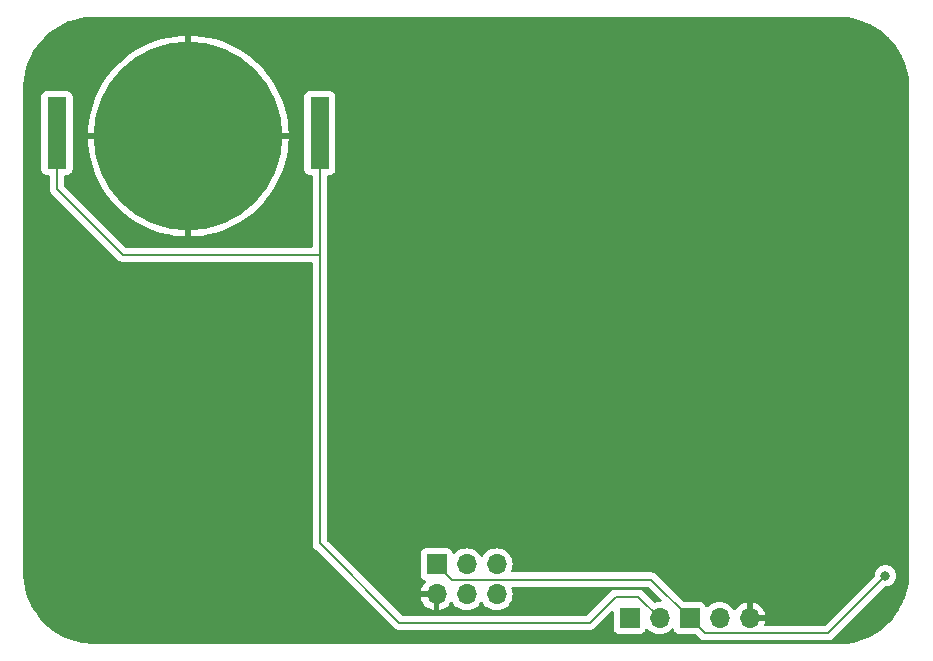
<source format=gbl>
G04 #@! TF.GenerationSoftware,KiCad,Pcbnew,8.0.2*
G04 #@! TF.CreationDate,2024-06-12T11:35:42-07:00*
G04 #@! TF.ProjectId,fuck-sao,6675636b-2d73-4616-9f2e-6b696361645f,rev?*
G04 #@! TF.SameCoordinates,Original*
G04 #@! TF.FileFunction,Copper,L2,Bot*
G04 #@! TF.FilePolarity,Positive*
%FSLAX46Y46*%
G04 Gerber Fmt 4.6, Leading zero omitted, Abs format (unit mm)*
G04 Created by KiCad (PCBNEW 8.0.2) date 2024-06-12 11:35:42*
%MOMM*%
%LPD*%
G01*
G04 APERTURE LIST*
G04 #@! TA.AperFunction,ComponentPad*
%ADD10R,1.700000X1.700000*%
G04 #@! TD*
G04 #@! TA.AperFunction,ComponentPad*
%ADD11O,1.700000X1.700000*%
G04 #@! TD*
G04 #@! TA.AperFunction,SMDPad,CuDef*
%ADD12R,1.650000X6.100000*%
G04 #@! TD*
G04 #@! TA.AperFunction,SMDPad,CuDef*
%ADD13O,16.000000X16.000000*%
G04 #@! TD*
G04 #@! TA.AperFunction,ViaPad*
%ADD14C,0.800000*%
G04 #@! TD*
G04 #@! TA.AperFunction,Conductor*
%ADD15C,0.200000*%
G04 #@! TD*
G04 APERTURE END LIST*
D10*
X115060000Y-93050000D03*
D11*
X117600000Y-93050000D03*
D12*
X88824900Y-51996000D03*
X66575100Y-51996000D03*
D13*
X77700000Y-52250000D03*
D10*
X120150000Y-93050000D03*
D11*
X122690000Y-93050000D03*
X125230000Y-93050000D03*
D10*
X98720000Y-88510000D03*
D11*
X98720000Y-91050000D03*
X101260000Y-88510000D03*
X101260000Y-91050000D03*
X103800000Y-88510000D03*
X103800000Y-91050000D03*
D14*
X136725500Y-89478707D03*
X98000000Y-78200000D03*
X108000000Y-78250000D03*
X106350000Y-83650000D03*
X111700000Y-72650000D03*
X66250000Y-83600000D03*
X93600000Y-72550000D03*
X121200000Y-78200000D03*
X79450000Y-72550000D03*
X132549998Y-89950000D03*
X66200000Y-72600000D03*
X135600000Y-86750000D03*
X79800000Y-89250000D03*
X66200000Y-78100000D03*
X81800000Y-78200000D03*
X78136063Y-83649500D03*
D15*
X72150000Y-62300000D02*
X88824900Y-62300000D01*
X66575100Y-56725100D02*
X72150000Y-62300000D01*
X66575100Y-51996000D02*
X66575100Y-56725100D01*
X88824900Y-62300000D02*
X88824900Y-86724900D01*
X88824900Y-51996000D02*
X88824900Y-62300000D01*
X115800000Y-91250000D02*
X117600000Y-93050000D01*
X113900000Y-91250000D02*
X115800000Y-91250000D01*
X111700000Y-93450000D02*
X113900000Y-91250000D01*
X95550000Y-93450000D02*
X111700000Y-93450000D01*
X88824900Y-86724900D02*
X95550000Y-93450000D01*
X116900000Y-89800000D02*
X120150000Y-93050000D01*
X100010000Y-89800000D02*
X116900000Y-89800000D01*
X98720000Y-88510000D02*
X100010000Y-89800000D01*
X131854207Y-94350000D02*
X136725500Y-89478707D01*
X121450000Y-94350000D02*
X131854207Y-94350000D01*
X120150000Y-93050000D02*
X121450000Y-94350000D01*
G04 #@! TA.AperFunction,Conductor*
G36*
X132749575Y-42149999D02*
G01*
X132750478Y-42150004D01*
X132993587Y-42152516D01*
X133002511Y-42152932D01*
X133487370Y-42193108D01*
X133497506Y-42194370D01*
X133976772Y-42274347D01*
X133986774Y-42276444D01*
X134457792Y-42395721D01*
X134467597Y-42398641D01*
X134927139Y-42556402D01*
X134936661Y-42560117D01*
X135381623Y-42755295D01*
X135390793Y-42759778D01*
X135818126Y-42991039D01*
X135826902Y-42996268D01*
X136106990Y-43179259D01*
X136233668Y-43262022D01*
X136241997Y-43267969D01*
X136625425Y-43566403D01*
X136633207Y-43572994D01*
X136906153Y-43824259D01*
X136990680Y-43902072D01*
X136997927Y-43909319D01*
X137089701Y-44009012D01*
X137327003Y-44266790D01*
X137333598Y-44274576D01*
X137632022Y-44657991D01*
X137637977Y-44666331D01*
X137903725Y-45073088D01*
X137908964Y-45081880D01*
X138140216Y-45509196D01*
X138144708Y-45518387D01*
X138203586Y-45652614D01*
X138339877Y-45963326D01*
X138343602Y-45972873D01*
X138501355Y-46432393D01*
X138504280Y-46442216D01*
X138623552Y-46913211D01*
X138625655Y-46923241D01*
X138705626Y-47402476D01*
X138706893Y-47412646D01*
X138747066Y-47897470D01*
X138747483Y-47906429D01*
X138749993Y-48149322D01*
X138750000Y-48150603D01*
X138750000Y-89264128D01*
X138749993Y-89265400D01*
X138747501Y-89508282D01*
X138747084Y-89517250D01*
X138706909Y-90002072D01*
X138705642Y-90012242D01*
X138625670Y-90491474D01*
X138623567Y-90501505D01*
X138504292Y-90972505D01*
X138501367Y-90982327D01*
X138343615Y-91441842D01*
X138339890Y-91451390D01*
X138144721Y-91896327D01*
X138140220Y-91905534D01*
X137908973Y-92332840D01*
X137903727Y-92341643D01*
X137637988Y-92748384D01*
X137632040Y-92756715D01*
X137333620Y-93140123D01*
X137326997Y-93147943D01*
X136997934Y-93505400D01*
X136990687Y-93512647D01*
X136633232Y-93841707D01*
X136625411Y-93848331D01*
X136242000Y-94146750D01*
X136233660Y-94152705D01*
X135973946Y-94322384D01*
X135826914Y-94418445D01*
X135818116Y-94423687D01*
X135390819Y-94654928D01*
X135381612Y-94659429D01*
X134936676Y-94854595D01*
X134927129Y-94858320D01*
X134467608Y-95016073D01*
X134457785Y-95018998D01*
X133986790Y-95138271D01*
X133976760Y-95140374D01*
X133497524Y-95220344D01*
X133487354Y-95221611D01*
X133002529Y-95261784D01*
X132993570Y-95262201D01*
X132750684Y-95264710D01*
X132749389Y-95264717D01*
X69743284Y-95257359D01*
X69742051Y-95257353D01*
X69499075Y-95254910D01*
X69490082Y-95254492D01*
X69005278Y-95214320D01*
X68995108Y-95213053D01*
X68515867Y-95133082D01*
X68505837Y-95130979D01*
X68034837Y-95011706D01*
X68025014Y-95008781D01*
X67565489Y-94851026D01*
X67555942Y-94847301D01*
X67111006Y-94652134D01*
X67101799Y-94647633D01*
X66674493Y-94416387D01*
X66665688Y-94411140D01*
X66258931Y-94145391D01*
X66250598Y-94139442D01*
X65867173Y-93841010D01*
X65859376Y-93834406D01*
X65501911Y-93505334D01*
X65494665Y-93498088D01*
X65165593Y-93140623D01*
X65158991Y-93132829D01*
X64860554Y-92749397D01*
X64854608Y-92741068D01*
X64588859Y-92334311D01*
X64583612Y-92325506D01*
X64582743Y-92323901D01*
X64413892Y-92011891D01*
X64352366Y-91898200D01*
X64347865Y-91888993D01*
X64298552Y-91776570D01*
X64152693Y-91444045D01*
X64148978Y-91434523D01*
X63991215Y-90974975D01*
X63988293Y-90965162D01*
X63869017Y-90494148D01*
X63866920Y-90484146D01*
X63786943Y-90004874D01*
X63785681Y-89994738D01*
X63745505Y-89509895D01*
X63745090Y-89500945D01*
X63742647Y-89257954D01*
X63742641Y-89256708D01*
X63742641Y-48898135D01*
X65249600Y-48898135D01*
X65249600Y-55093870D01*
X65249601Y-55093876D01*
X65256008Y-55153483D01*
X65306302Y-55288328D01*
X65306306Y-55288335D01*
X65392552Y-55403544D01*
X65392555Y-55403547D01*
X65507764Y-55489793D01*
X65507771Y-55489797D01*
X65552718Y-55506561D01*
X65642617Y-55540091D01*
X65702227Y-55546500D01*
X65850600Y-55546499D01*
X65917639Y-55566183D01*
X65963394Y-55618987D01*
X65974600Y-55670499D01*
X65974600Y-56638430D01*
X65974599Y-56638448D01*
X65974599Y-56804154D01*
X65974598Y-56804154D01*
X66015523Y-56956885D01*
X66044458Y-57007000D01*
X66044459Y-57007004D01*
X66044460Y-57007004D01*
X66094579Y-57093814D01*
X66094581Y-57093817D01*
X66213449Y-57212685D01*
X66213455Y-57212690D01*
X71665139Y-62664374D01*
X71665149Y-62664385D01*
X71669479Y-62668715D01*
X71669480Y-62668716D01*
X71781284Y-62780520D01*
X71868095Y-62830639D01*
X71868097Y-62830641D01*
X71918213Y-62859576D01*
X71918215Y-62859577D01*
X72070942Y-62900500D01*
X72070943Y-62900500D01*
X88100400Y-62900500D01*
X88167439Y-62920185D01*
X88213194Y-62972989D01*
X88224400Y-63024500D01*
X88224400Y-86638230D01*
X88224399Y-86638248D01*
X88224399Y-86803954D01*
X88224398Y-86803954D01*
X88265323Y-86956685D01*
X88294258Y-87006800D01*
X88294259Y-87006804D01*
X88294260Y-87006804D01*
X88344379Y-87093614D01*
X88344381Y-87093617D01*
X88463249Y-87212485D01*
X88463254Y-87212489D01*
X95181284Y-93930520D01*
X95181286Y-93930521D01*
X95181290Y-93930524D01*
X95314589Y-94007483D01*
X95318216Y-94009577D01*
X95470943Y-94050501D01*
X95470945Y-94050501D01*
X95636654Y-94050501D01*
X95636670Y-94050500D01*
X111613331Y-94050500D01*
X111613347Y-94050501D01*
X111620943Y-94050501D01*
X111779054Y-94050501D01*
X111779057Y-94050501D01*
X111931785Y-94009577D01*
X111981904Y-93980639D01*
X112068716Y-93930520D01*
X112180520Y-93818716D01*
X112180520Y-93818714D01*
X112190728Y-93808507D01*
X112190730Y-93808504D01*
X113497821Y-92501412D01*
X113559142Y-92467929D01*
X113628834Y-92472913D01*
X113684767Y-92514785D01*
X113709184Y-92580249D01*
X113709500Y-92589095D01*
X113709500Y-93947870D01*
X113709501Y-93947876D01*
X113715908Y-94007483D01*
X113766202Y-94142328D01*
X113766206Y-94142335D01*
X113852452Y-94257544D01*
X113852455Y-94257547D01*
X113967664Y-94343793D01*
X113967671Y-94343797D01*
X114102517Y-94394091D01*
X114102516Y-94394091D01*
X114109444Y-94394835D01*
X114162127Y-94400500D01*
X115957872Y-94400499D01*
X116017483Y-94394091D01*
X116152331Y-94343796D01*
X116267546Y-94257546D01*
X116353796Y-94142331D01*
X116402810Y-94010916D01*
X116444681Y-93954984D01*
X116510145Y-93930566D01*
X116578418Y-93945417D01*
X116606673Y-93966569D01*
X116728599Y-94088495D01*
X116809855Y-94145391D01*
X116922165Y-94224032D01*
X116922167Y-94224033D01*
X116922170Y-94224035D01*
X117136337Y-94323903D01*
X117364592Y-94385063D01*
X117541034Y-94400500D01*
X117599999Y-94405659D01*
X117600000Y-94405659D01*
X117600001Y-94405659D01*
X117658966Y-94400500D01*
X117835408Y-94385063D01*
X118063663Y-94323903D01*
X118277830Y-94224035D01*
X118471401Y-94088495D01*
X118600613Y-93959282D01*
X118661932Y-93925800D01*
X118731624Y-93930784D01*
X118787558Y-93972655D01*
X118804473Y-94003633D01*
X118856202Y-94142328D01*
X118856206Y-94142335D01*
X118942452Y-94257544D01*
X118942455Y-94257547D01*
X119057664Y-94343793D01*
X119057671Y-94343797D01*
X119192517Y-94394091D01*
X119192516Y-94394091D01*
X119199444Y-94394835D01*
X119252127Y-94400500D01*
X120599901Y-94400499D01*
X120666940Y-94420184D01*
X120687582Y-94436818D01*
X121081284Y-94830520D01*
X121081286Y-94830521D01*
X121081290Y-94830524D01*
X121218209Y-94909573D01*
X121218216Y-94909577D01*
X121370943Y-94950501D01*
X121370945Y-94950501D01*
X121536654Y-94950501D01*
X121536670Y-94950500D01*
X131767538Y-94950500D01*
X131767554Y-94950501D01*
X131775150Y-94950501D01*
X131933261Y-94950501D01*
X131933264Y-94950501D01*
X132085992Y-94909577D01*
X132136111Y-94880639D01*
X132222923Y-94830520D01*
X132334727Y-94718716D01*
X132334727Y-94718714D01*
X132344935Y-94708507D01*
X132344936Y-94708504D01*
X136637917Y-90415526D01*
X136699240Y-90382041D01*
X136725598Y-90379207D01*
X136820144Y-90379207D01*
X136820146Y-90379207D01*
X137005303Y-90339851D01*
X137178230Y-90262858D01*
X137331371Y-90151595D01*
X137458033Y-90010923D01*
X137552679Y-89846991D01*
X137611174Y-89666963D01*
X137630960Y-89478707D01*
X137611174Y-89290451D01*
X137552679Y-89110423D01*
X137458033Y-88946491D01*
X137331371Y-88805819D01*
X137331370Y-88805818D01*
X137178234Y-88694558D01*
X137178229Y-88694555D01*
X137005307Y-88617564D01*
X137005302Y-88617562D01*
X136859501Y-88586572D01*
X136820146Y-88578207D01*
X136630854Y-88578207D01*
X136598397Y-88585105D01*
X136445697Y-88617562D01*
X136445692Y-88617564D01*
X136272770Y-88694555D01*
X136272765Y-88694558D01*
X136119629Y-88805818D01*
X135992966Y-88946492D01*
X135898321Y-89110422D01*
X135898318Y-89110429D01*
X135839827Y-89290447D01*
X135839826Y-89290451D01*
X135824281Y-89438355D01*
X135820040Y-89478709D01*
X135820040Y-89483568D01*
X135800355Y-89550607D01*
X135783721Y-89571249D01*
X131641791Y-93713181D01*
X131580468Y-93746666D01*
X131554110Y-93749500D01*
X126588019Y-93749500D01*
X126520980Y-93729815D01*
X126475225Y-93677011D01*
X126465281Y-93607853D01*
X126475637Y-93573095D01*
X126503429Y-93513492D01*
X126503432Y-93513486D01*
X126560636Y-93300000D01*
X125663012Y-93300000D01*
X125695925Y-93242993D01*
X125730000Y-93115826D01*
X125730000Y-92984174D01*
X125695925Y-92857007D01*
X125663012Y-92800000D01*
X126560636Y-92800000D01*
X126560635Y-92799999D01*
X126503432Y-92586513D01*
X126503429Y-92586507D01*
X126403600Y-92372422D01*
X126403599Y-92372420D01*
X126268113Y-92178926D01*
X126268108Y-92178920D01*
X126101082Y-92011894D01*
X125907578Y-91876399D01*
X125693492Y-91776570D01*
X125693486Y-91776567D01*
X125480000Y-91719364D01*
X125480000Y-92616988D01*
X125422993Y-92584075D01*
X125295826Y-92550000D01*
X125164174Y-92550000D01*
X125037007Y-92584075D01*
X124980000Y-92616988D01*
X124980000Y-91719364D01*
X124979999Y-91719364D01*
X124766513Y-91776567D01*
X124766507Y-91776570D01*
X124552422Y-91876399D01*
X124552420Y-91876400D01*
X124358926Y-92011886D01*
X124358920Y-92011891D01*
X124191891Y-92178920D01*
X124191890Y-92178922D01*
X124061880Y-92364595D01*
X124007303Y-92408219D01*
X123937804Y-92415412D01*
X123875450Y-92383890D01*
X123858730Y-92364594D01*
X123728494Y-92178597D01*
X123561402Y-92011506D01*
X123561395Y-92011501D01*
X123367834Y-91875967D01*
X123367830Y-91875965D01*
X123367828Y-91875964D01*
X123153663Y-91776097D01*
X123153659Y-91776096D01*
X123153655Y-91776094D01*
X122925413Y-91714938D01*
X122925403Y-91714936D01*
X122690001Y-91694341D01*
X122689999Y-91694341D01*
X122454596Y-91714936D01*
X122454586Y-91714938D01*
X122226344Y-91776094D01*
X122226335Y-91776098D01*
X122012171Y-91875964D01*
X122012169Y-91875965D01*
X121818600Y-92011503D01*
X121696673Y-92133430D01*
X121635350Y-92166914D01*
X121565658Y-92161930D01*
X121509725Y-92120058D01*
X121492810Y-92089081D01*
X121443797Y-91957671D01*
X121443793Y-91957664D01*
X121357547Y-91842455D01*
X121357544Y-91842452D01*
X121242335Y-91756206D01*
X121242328Y-91756202D01*
X121107482Y-91705908D01*
X121107483Y-91705908D01*
X121047883Y-91699501D01*
X121047881Y-91699500D01*
X121047873Y-91699500D01*
X121047865Y-91699500D01*
X119700097Y-91699500D01*
X119633058Y-91679815D01*
X119612416Y-91663181D01*
X117387590Y-89438355D01*
X117387588Y-89438352D01*
X117268717Y-89319481D01*
X117268709Y-89319475D01*
X117143042Y-89246922D01*
X117143036Y-89246919D01*
X117131787Y-89240423D01*
X117070693Y-89224053D01*
X116979057Y-89199499D01*
X116820943Y-89199499D01*
X116813347Y-89199499D01*
X116813331Y-89199500D01*
X105163234Y-89199500D01*
X105096195Y-89179815D01*
X105050440Y-89127011D01*
X105040496Y-89057853D01*
X105050852Y-89023095D01*
X105070000Y-88982032D01*
X105073903Y-88973663D01*
X105135063Y-88745408D01*
X105155659Y-88510000D01*
X105135063Y-88274592D01*
X105073903Y-88046337D01*
X104974035Y-87832171D01*
X104968425Y-87824158D01*
X104838494Y-87638597D01*
X104671402Y-87471506D01*
X104671395Y-87471501D01*
X104477834Y-87335967D01*
X104477830Y-87335965D01*
X104477828Y-87335964D01*
X104263663Y-87236097D01*
X104263659Y-87236096D01*
X104263655Y-87236094D01*
X104035413Y-87174938D01*
X104035403Y-87174936D01*
X103800001Y-87154341D01*
X103799999Y-87154341D01*
X103564596Y-87174936D01*
X103564586Y-87174938D01*
X103336344Y-87236094D01*
X103336335Y-87236098D01*
X103122171Y-87335964D01*
X103122169Y-87335965D01*
X102928597Y-87471505D01*
X102761505Y-87638597D01*
X102631575Y-87824158D01*
X102576998Y-87867783D01*
X102507500Y-87874977D01*
X102445145Y-87843454D01*
X102428425Y-87824158D01*
X102298494Y-87638597D01*
X102131402Y-87471506D01*
X102131395Y-87471501D01*
X101937834Y-87335967D01*
X101937830Y-87335965D01*
X101937828Y-87335964D01*
X101723663Y-87236097D01*
X101723659Y-87236096D01*
X101723655Y-87236094D01*
X101495413Y-87174938D01*
X101495403Y-87174936D01*
X101260001Y-87154341D01*
X101259999Y-87154341D01*
X101024596Y-87174936D01*
X101024586Y-87174938D01*
X100796344Y-87236094D01*
X100796335Y-87236098D01*
X100582171Y-87335964D01*
X100582169Y-87335965D01*
X100388600Y-87471503D01*
X100266673Y-87593430D01*
X100205350Y-87626914D01*
X100135658Y-87621930D01*
X100079725Y-87580058D01*
X100062810Y-87549081D01*
X100013797Y-87417671D01*
X100013793Y-87417664D01*
X99927547Y-87302455D01*
X99927544Y-87302452D01*
X99812335Y-87216206D01*
X99812328Y-87216202D01*
X99677482Y-87165908D01*
X99677483Y-87165908D01*
X99617883Y-87159501D01*
X99617881Y-87159500D01*
X99617873Y-87159500D01*
X99617864Y-87159500D01*
X97822129Y-87159500D01*
X97822123Y-87159501D01*
X97762516Y-87165908D01*
X97627671Y-87216202D01*
X97627664Y-87216206D01*
X97512455Y-87302452D01*
X97512452Y-87302455D01*
X97426206Y-87417664D01*
X97426202Y-87417671D01*
X97375908Y-87552517D01*
X97369501Y-87612116D01*
X97369500Y-87612135D01*
X97369500Y-89407870D01*
X97369501Y-89407876D01*
X97375908Y-89467483D01*
X97426202Y-89602328D01*
X97426206Y-89602335D01*
X97512452Y-89717544D01*
X97512455Y-89717547D01*
X97627664Y-89803793D01*
X97627671Y-89803797D01*
X97689902Y-89827007D01*
X97759598Y-89853002D01*
X97815531Y-89894873D01*
X97839949Y-89960337D01*
X97825098Y-90028610D01*
X97803947Y-90056865D01*
X97681886Y-90178926D01*
X97546400Y-90372420D01*
X97546399Y-90372422D01*
X97446570Y-90586507D01*
X97446567Y-90586513D01*
X97389364Y-90799999D01*
X97389364Y-90800000D01*
X98286988Y-90800000D01*
X98254075Y-90857007D01*
X98220000Y-90984174D01*
X98220000Y-91115826D01*
X98254075Y-91242993D01*
X98286988Y-91300000D01*
X97389364Y-91300000D01*
X97446567Y-91513486D01*
X97446570Y-91513492D01*
X97546399Y-91727578D01*
X97681894Y-91921082D01*
X97848917Y-92088105D01*
X98042421Y-92223600D01*
X98256507Y-92323429D01*
X98256516Y-92323433D01*
X98470000Y-92380634D01*
X98470000Y-91483012D01*
X98527007Y-91515925D01*
X98654174Y-91550000D01*
X98785826Y-91550000D01*
X98912993Y-91515925D01*
X98970000Y-91483012D01*
X98970000Y-92380633D01*
X99183483Y-92323433D01*
X99183492Y-92323429D01*
X99397578Y-92223600D01*
X99591082Y-92088105D01*
X99758105Y-91921082D01*
X99888119Y-91735405D01*
X99942696Y-91691781D01*
X100012195Y-91684588D01*
X100074549Y-91716110D01*
X100091269Y-91735405D01*
X100221505Y-91921401D01*
X100388599Y-92088495D01*
X100433676Y-92120058D01*
X100582165Y-92224032D01*
X100582167Y-92224033D01*
X100582170Y-92224035D01*
X100796337Y-92323903D01*
X100796343Y-92323904D01*
X100796344Y-92323905D01*
X100829691Y-92332840D01*
X101024592Y-92385063D01*
X101212918Y-92401539D01*
X101259999Y-92405659D01*
X101260000Y-92405659D01*
X101260001Y-92405659D01*
X101299234Y-92402226D01*
X101495408Y-92385063D01*
X101723663Y-92323903D01*
X101937830Y-92224035D01*
X102131401Y-92088495D01*
X102298495Y-91921401D01*
X102428425Y-91735842D01*
X102483002Y-91692217D01*
X102552500Y-91685023D01*
X102614855Y-91716546D01*
X102631575Y-91735842D01*
X102761500Y-91921395D01*
X102761505Y-91921401D01*
X102928599Y-92088495D01*
X102973676Y-92120058D01*
X103122165Y-92224032D01*
X103122167Y-92224033D01*
X103122170Y-92224035D01*
X103336337Y-92323903D01*
X103336343Y-92323904D01*
X103336344Y-92323905D01*
X103369691Y-92332840D01*
X103564592Y-92385063D01*
X103752918Y-92401539D01*
X103799999Y-92405659D01*
X103800000Y-92405659D01*
X103800001Y-92405659D01*
X103839234Y-92402226D01*
X104035408Y-92385063D01*
X104263663Y-92323903D01*
X104477830Y-92224035D01*
X104671401Y-92088495D01*
X104838495Y-91921401D01*
X104974035Y-91727830D01*
X105073903Y-91513663D01*
X105135063Y-91285408D01*
X105155659Y-91050000D01*
X105135063Y-90814592D01*
X105073903Y-90586337D01*
X105073901Y-90586334D01*
X105073900Y-90586329D01*
X105069504Y-90576902D01*
X105059013Y-90507825D01*
X105087535Y-90444041D01*
X105146012Y-90405803D01*
X105181887Y-90400500D01*
X116599903Y-90400500D01*
X116666942Y-90420185D01*
X116687584Y-90436819D01*
X117737291Y-91486526D01*
X117770776Y-91547849D01*
X117765792Y-91617541D01*
X117723920Y-91673474D01*
X117658456Y-91697891D01*
X117638804Y-91697735D01*
X117600004Y-91694341D01*
X117599999Y-91694341D01*
X117364596Y-91714936D01*
X117364583Y-91714939D01*
X117236241Y-91749327D01*
X117166392Y-91747664D01*
X117116468Y-91717233D01*
X116287590Y-90888355D01*
X116287588Y-90888352D01*
X116168717Y-90769481D01*
X116168716Y-90769480D01*
X116081904Y-90719360D01*
X116081904Y-90719359D01*
X116081900Y-90719358D01*
X116031785Y-90690423D01*
X115879057Y-90649499D01*
X115720943Y-90649499D01*
X115713347Y-90649499D01*
X115713331Y-90649500D01*
X113986669Y-90649500D01*
X113986653Y-90649499D01*
X113979057Y-90649499D01*
X113820943Y-90649499D01*
X113713587Y-90678265D01*
X113668210Y-90690424D01*
X113668209Y-90690425D01*
X113618096Y-90719359D01*
X113618095Y-90719360D01*
X113577161Y-90742993D01*
X113531285Y-90769479D01*
X113531282Y-90769481D01*
X113419478Y-90881286D01*
X111487584Y-92813181D01*
X111426261Y-92846666D01*
X111399903Y-92849500D01*
X95850098Y-92849500D01*
X95783059Y-92829815D01*
X95762417Y-92813181D01*
X89461719Y-86512483D01*
X89428234Y-86451160D01*
X89425400Y-86424802D01*
X89425400Y-55670499D01*
X89445085Y-55603460D01*
X89497889Y-55557705D01*
X89549400Y-55546499D01*
X89697771Y-55546499D01*
X89697772Y-55546499D01*
X89757383Y-55540091D01*
X89892231Y-55489796D01*
X90007446Y-55403546D01*
X90093696Y-55288331D01*
X90143991Y-55153483D01*
X90150400Y-55093873D01*
X90150399Y-48898128D01*
X90143991Y-48838517D01*
X90093696Y-48703669D01*
X90093695Y-48703668D01*
X90093693Y-48703664D01*
X90007447Y-48588455D01*
X90007444Y-48588452D01*
X89892235Y-48502206D01*
X89892228Y-48502202D01*
X89757382Y-48451908D01*
X89757383Y-48451908D01*
X89697783Y-48445501D01*
X89697781Y-48445500D01*
X89697773Y-48445500D01*
X89697764Y-48445500D01*
X87952029Y-48445500D01*
X87952023Y-48445501D01*
X87892416Y-48451908D01*
X87757571Y-48502202D01*
X87757564Y-48502206D01*
X87642355Y-48588452D01*
X87642352Y-48588455D01*
X87556106Y-48703664D01*
X87556102Y-48703671D01*
X87505808Y-48838517D01*
X87499401Y-48898116D01*
X87499401Y-48898123D01*
X87499400Y-48898135D01*
X87499400Y-55093870D01*
X87499401Y-55093876D01*
X87505808Y-55153483D01*
X87556102Y-55288328D01*
X87556106Y-55288335D01*
X87642352Y-55403544D01*
X87642355Y-55403547D01*
X87757564Y-55489793D01*
X87757571Y-55489797D01*
X87802518Y-55506561D01*
X87892417Y-55540091D01*
X87952027Y-55546500D01*
X88100400Y-55546499D01*
X88167439Y-55566183D01*
X88213194Y-55618987D01*
X88224400Y-55670499D01*
X88224400Y-61575500D01*
X88204715Y-61642539D01*
X88151911Y-61688294D01*
X88100400Y-61699500D01*
X72450097Y-61699500D01*
X72383058Y-61679815D01*
X72362416Y-61663181D01*
X67211919Y-56512684D01*
X67178434Y-56451361D01*
X67175600Y-56425003D01*
X67175600Y-55670499D01*
X67195285Y-55603460D01*
X67248089Y-55557705D01*
X67299600Y-55546499D01*
X67447971Y-55546499D01*
X67447972Y-55546499D01*
X67507583Y-55540091D01*
X67642431Y-55489796D01*
X67757646Y-55403546D01*
X67843896Y-55288331D01*
X67894191Y-55153483D01*
X67900600Y-55093873D01*
X67900600Y-52500000D01*
X69203582Y-52500000D01*
X69214869Y-52830401D01*
X69274259Y-53408101D01*
X69372932Y-53980393D01*
X69372935Y-53980405D01*
X69510429Y-54544613D01*
X69686109Y-55098132D01*
X69899160Y-55638395D01*
X70148571Y-56162829D01*
X70148573Y-56162832D01*
X70433199Y-56669040D01*
X70751706Y-57154643D01*
X71102606Y-57617373D01*
X71102614Y-57617383D01*
X71484254Y-58055067D01*
X71484278Y-58055093D01*
X71894906Y-58465721D01*
X71894932Y-58465745D01*
X72332616Y-58847385D01*
X72332626Y-58847393D01*
X72795356Y-59198293D01*
X73280959Y-59516800D01*
X73787167Y-59801426D01*
X73787170Y-59801428D01*
X74311604Y-60050839D01*
X74851867Y-60263890D01*
X75405386Y-60439570D01*
X75969594Y-60577064D01*
X75969606Y-60577067D01*
X76541898Y-60675740D01*
X77119603Y-60735130D01*
X77119595Y-60735130D01*
X77450000Y-60746416D01*
X77950000Y-60746416D01*
X78280400Y-60735130D01*
X78858101Y-60675740D01*
X79430393Y-60577067D01*
X79430405Y-60577064D01*
X79994613Y-60439570D01*
X80548132Y-60263890D01*
X81088395Y-60050839D01*
X81612829Y-59801428D01*
X81612832Y-59801426D01*
X82119040Y-59516800D01*
X82604643Y-59198293D01*
X83067373Y-58847393D01*
X83067383Y-58847385D01*
X83505067Y-58465745D01*
X83505093Y-58465721D01*
X83915721Y-58055093D01*
X83915745Y-58055067D01*
X84297385Y-57617383D01*
X84297393Y-57617373D01*
X84648293Y-57154643D01*
X84966800Y-56669040D01*
X85251426Y-56162832D01*
X85251428Y-56162829D01*
X85500839Y-55638395D01*
X85713890Y-55098132D01*
X85889570Y-54544613D01*
X86027064Y-53980405D01*
X86027067Y-53980393D01*
X86125740Y-53408101D01*
X86185130Y-52830401D01*
X86196418Y-52500000D01*
X77950000Y-52500000D01*
X77950000Y-60746416D01*
X77450000Y-60746416D01*
X77450000Y-52500000D01*
X69203582Y-52500000D01*
X67900600Y-52500000D01*
X67900600Y-52000000D01*
X69203582Y-52000000D01*
X77450000Y-52000000D01*
X77950000Y-52000000D01*
X86196417Y-52000000D01*
X86185130Y-51669598D01*
X86125740Y-51091898D01*
X86027067Y-50519606D01*
X86027064Y-50519594D01*
X85889570Y-49955386D01*
X85713890Y-49401867D01*
X85500839Y-48861604D01*
X85251428Y-48337170D01*
X85251426Y-48337167D01*
X84966800Y-47830959D01*
X84648293Y-47345356D01*
X84297393Y-46882626D01*
X84297385Y-46882616D01*
X83915745Y-46444932D01*
X83915721Y-46444906D01*
X83505093Y-46034278D01*
X83505067Y-46034254D01*
X83067383Y-45652614D01*
X83067373Y-45652606D01*
X82604643Y-45301706D01*
X82119040Y-44983199D01*
X81612832Y-44698573D01*
X81612829Y-44698571D01*
X81088395Y-44449160D01*
X80548132Y-44236109D01*
X79994613Y-44060429D01*
X79430405Y-43922935D01*
X79430393Y-43922932D01*
X78858101Y-43824259D01*
X78280397Y-43764869D01*
X78280406Y-43764869D01*
X77950000Y-43753582D01*
X77950000Y-52000000D01*
X77450000Y-52000000D01*
X77450000Y-43753582D01*
X77119598Y-43764869D01*
X76541898Y-43824259D01*
X75969606Y-43922932D01*
X75969594Y-43922935D01*
X75405386Y-44060429D01*
X74851867Y-44236109D01*
X74311604Y-44449160D01*
X73787170Y-44698571D01*
X73787167Y-44698573D01*
X73280959Y-44983199D01*
X72795356Y-45301706D01*
X72332626Y-45652606D01*
X72332616Y-45652614D01*
X71894932Y-46034254D01*
X71894906Y-46034278D01*
X71484278Y-46444906D01*
X71484254Y-46444932D01*
X71102614Y-46882616D01*
X71102606Y-46882626D01*
X70751706Y-47345356D01*
X70433199Y-47830959D01*
X70148573Y-48337167D01*
X70148571Y-48337170D01*
X69899160Y-48861604D01*
X69686109Y-49401867D01*
X69510429Y-49955386D01*
X69372935Y-50519594D01*
X69372932Y-50519606D01*
X69274259Y-51091898D01*
X69214869Y-51669598D01*
X69203582Y-52000000D01*
X67900600Y-52000000D01*
X67900599Y-48898128D01*
X67894191Y-48838517D01*
X67843896Y-48703669D01*
X67843895Y-48703668D01*
X67843893Y-48703664D01*
X67757647Y-48588455D01*
X67757644Y-48588452D01*
X67642435Y-48502206D01*
X67642428Y-48502202D01*
X67507582Y-48451908D01*
X67507583Y-48451908D01*
X67447983Y-48445501D01*
X67447981Y-48445500D01*
X67447973Y-48445500D01*
X67447964Y-48445500D01*
X65702229Y-48445500D01*
X65702223Y-48445501D01*
X65642616Y-48451908D01*
X65507771Y-48502202D01*
X65507764Y-48502206D01*
X65392555Y-48588452D01*
X65392552Y-48588455D01*
X65306306Y-48703664D01*
X65306302Y-48703671D01*
X65256008Y-48838517D01*
X65249601Y-48898116D01*
X65249601Y-48898123D01*
X65249600Y-48898135D01*
X63742641Y-48898135D01*
X63742641Y-48143291D01*
X63742647Y-48142045D01*
X63742670Y-48139753D01*
X63745090Y-47899053D01*
X63745505Y-47890106D01*
X63785681Y-47405258D01*
X63786943Y-47395128D01*
X63866920Y-46915848D01*
X63869016Y-46905855D01*
X63988297Y-46434821D01*
X63991213Y-46425030D01*
X64148981Y-45965468D01*
X64152690Y-45955962D01*
X64347870Y-45510995D01*
X64352366Y-45501799D01*
X64460651Y-45301706D01*
X64583620Y-45074479D01*
X64588859Y-45065688D01*
X64854608Y-44658931D01*
X64860545Y-44650613D01*
X65159000Y-44267158D01*
X65165584Y-44259386D01*
X65475311Y-43922935D01*
X65494665Y-43901911D01*
X65501911Y-43894665D01*
X65855091Y-43569538D01*
X65859386Y-43565584D01*
X65867158Y-43559000D01*
X66250613Y-43260545D01*
X66258931Y-43254608D01*
X66658626Y-42993473D01*
X66665695Y-42988854D01*
X66674479Y-42983620D01*
X67101799Y-42752366D01*
X67110995Y-42747870D01*
X67555962Y-42552690D01*
X67565468Y-42548981D01*
X68025030Y-42391213D01*
X68034821Y-42388297D01*
X68505855Y-42269016D01*
X68515848Y-42266920D01*
X68995128Y-42186943D01*
X69005258Y-42185681D01*
X69490106Y-42145505D01*
X69499053Y-42145090D01*
X69742050Y-42142646D01*
X69743281Y-42142641D01*
X132749575Y-42149999D01*
G37*
G04 #@! TD.AperFunction*
M02*

</source>
